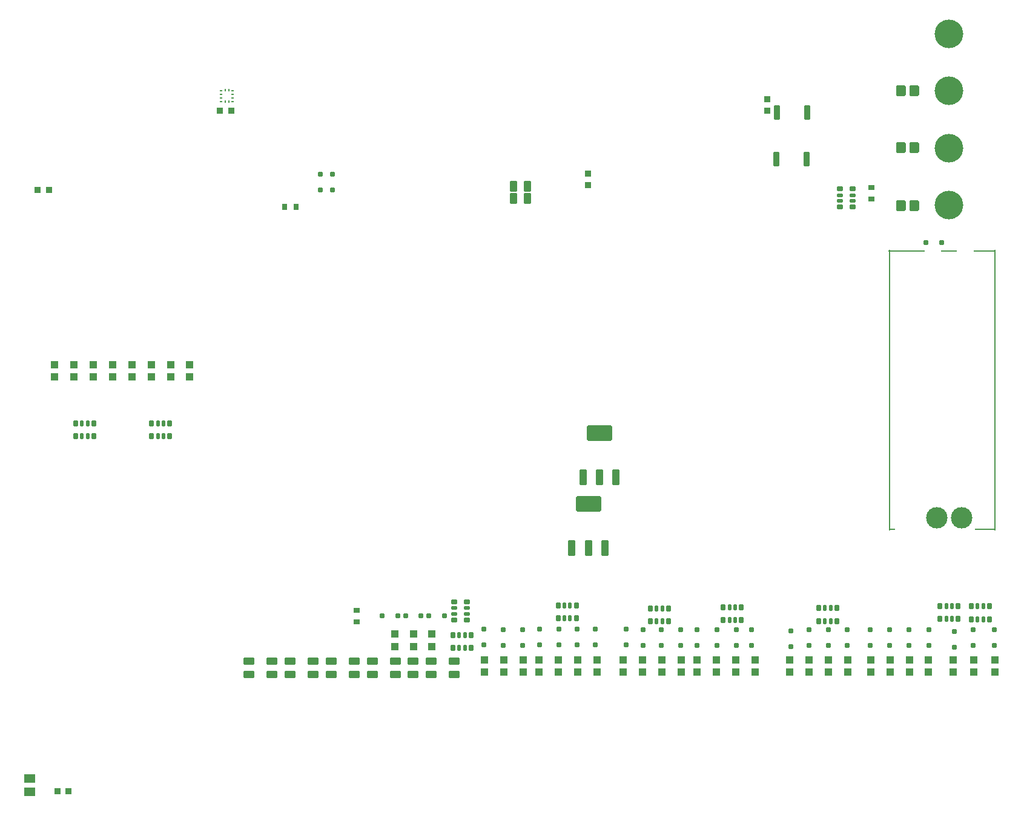
<source format=gtp>
G04*
G04 #@! TF.GenerationSoftware,Altium Limited,Altium Designer,20.2.7 (254)*
G04*
G04 Layer_Color=8421504*
%FSLAX25Y25*%
%MOIN*%
G70*
G04*
G04 #@! TF.SameCoordinates,43008C24-4E70-4A28-B0CC-F0CF34B7A19E*
G04*
G04*
G04 #@! TF.FilePolarity,Positive*
G04*
G01*
G75*
G04:AMPARAMS|DCode=24|XSize=43.31mil|YSize=84.65mil|CornerRadius=4.33mil|HoleSize=0mil|Usage=FLASHONLY|Rotation=0.000|XOffset=0mil|YOffset=0mil|HoleType=Round|Shape=RoundedRectangle|*
%AMROUNDEDRECTD24*
21,1,0.04331,0.07598,0,0,0.0*
21,1,0.03465,0.08465,0,0,0.0*
1,1,0.00866,0.01732,-0.03799*
1,1,0.00866,-0.01732,-0.03799*
1,1,0.00866,-0.01732,0.03799*
1,1,0.00866,0.01732,0.03799*
%
%ADD24ROUNDEDRECTD24*%
G04:AMPARAMS|DCode=25|XSize=43.31mil|YSize=84.65mil|CornerRadius=4.33mil|HoleSize=0mil|Usage=FLASHONLY|Rotation=0.000|XOffset=0mil|YOffset=0mil|HoleType=Round|Shape=RoundedRectangle|*
%AMROUNDEDRECTD25*
21,1,0.04331,0.07599,0,0,0.0*
21,1,0.03465,0.08465,0,0,0.0*
1,1,0.00866,0.01732,-0.03799*
1,1,0.00866,-0.01732,-0.03799*
1,1,0.00866,-0.01732,0.03799*
1,1,0.00866,0.01732,0.03799*
%
%ADD25ROUNDEDRECTD25*%
G04:AMPARAMS|DCode=26|XSize=137.8mil|YSize=84.65mil|CornerRadius=8.47mil|HoleSize=0mil|Usage=FLASHONLY|Rotation=0.000|XOffset=0mil|YOffset=0mil|HoleType=Round|Shape=RoundedRectangle|*
%AMROUNDEDRECTD26*
21,1,0.13780,0.06772,0,0,0.0*
21,1,0.12087,0.08465,0,0,0.0*
1,1,0.01693,0.06043,-0.03386*
1,1,0.01693,-0.06043,-0.03386*
1,1,0.01693,-0.06043,0.03386*
1,1,0.01693,0.06043,0.03386*
%
%ADD26ROUNDEDRECTD26*%
G04:AMPARAMS|DCode=27|XSize=25.59mil|YSize=31.5mil|CornerRadius=2.56mil|HoleSize=0mil|Usage=FLASHONLY|Rotation=0.000|XOffset=0mil|YOffset=0mil|HoleType=Round|Shape=RoundedRectangle|*
%AMROUNDEDRECTD27*
21,1,0.02559,0.02638,0,0,0.0*
21,1,0.02047,0.03150,0,0,0.0*
1,1,0.00512,0.01024,-0.01319*
1,1,0.00512,-0.01024,-0.01319*
1,1,0.00512,-0.01024,0.01319*
1,1,0.00512,0.01024,0.01319*
%
%ADD27ROUNDEDRECTD27*%
G04:AMPARAMS|DCode=28|XSize=17.72mil|YSize=31.5mil|CornerRadius=1.77mil|HoleSize=0mil|Usage=FLASHONLY|Rotation=0.000|XOffset=0mil|YOffset=0mil|HoleType=Round|Shape=RoundedRectangle|*
%AMROUNDEDRECTD28*
21,1,0.01772,0.02795,0,0,0.0*
21,1,0.01417,0.03150,0,0,0.0*
1,1,0.00354,0.00709,-0.01398*
1,1,0.00354,-0.00709,-0.01398*
1,1,0.00354,-0.00709,0.01398*
1,1,0.00354,0.00709,0.01398*
%
%ADD28ROUNDEDRECTD28*%
G04:AMPARAMS|DCode=29|XSize=23.62mil|YSize=23.62mil|CornerRadius=2.36mil|HoleSize=0mil|Usage=FLASHONLY|Rotation=270.000|XOffset=0mil|YOffset=0mil|HoleType=Round|Shape=RoundedRectangle|*
%AMROUNDEDRECTD29*
21,1,0.02362,0.01890,0,0,270.0*
21,1,0.01890,0.02362,0,0,270.0*
1,1,0.00472,-0.00945,-0.00945*
1,1,0.00472,-0.00945,0.00945*
1,1,0.00472,0.00945,0.00945*
1,1,0.00472,0.00945,-0.00945*
%
%ADD29ROUNDEDRECTD29*%
G04:AMPARAMS|DCode=30|XSize=39.37mil|YSize=57.09mil|CornerRadius=3.94mil|HoleSize=0mil|Usage=FLASHONLY|Rotation=0.000|XOffset=0mil|YOffset=0mil|HoleType=Round|Shape=RoundedRectangle|*
%AMROUNDEDRECTD30*
21,1,0.03937,0.04921,0,0,0.0*
21,1,0.03150,0.05709,0,0,0.0*
1,1,0.00787,0.01575,-0.02461*
1,1,0.00787,-0.01575,-0.02461*
1,1,0.00787,-0.01575,0.02461*
1,1,0.00787,0.01575,0.02461*
%
%ADD30ROUNDEDRECTD30*%
G04:AMPARAMS|DCode=31|XSize=39.37mil|YSize=43.31mil|CornerRadius=3.94mil|HoleSize=0mil|Usage=FLASHONLY|Rotation=270.000|XOffset=0mil|YOffset=0mil|HoleType=Round|Shape=RoundedRectangle|*
%AMROUNDEDRECTD31*
21,1,0.03937,0.03543,0,0,270.0*
21,1,0.03150,0.04331,0,0,270.0*
1,1,0.00787,-0.01772,-0.01575*
1,1,0.00787,-0.01772,0.01575*
1,1,0.00787,0.01772,0.01575*
1,1,0.00787,0.01772,-0.01575*
%
%ADD31ROUNDEDRECTD31*%
G04:AMPARAMS|DCode=32|XSize=23.62mil|YSize=23.62mil|CornerRadius=2.36mil|HoleSize=0mil|Usage=FLASHONLY|Rotation=180.000|XOffset=0mil|YOffset=0mil|HoleType=Round|Shape=RoundedRectangle|*
%AMROUNDEDRECTD32*
21,1,0.02362,0.01890,0,0,180.0*
21,1,0.01890,0.02362,0,0,180.0*
1,1,0.00472,-0.00945,0.00945*
1,1,0.00472,0.00945,0.00945*
1,1,0.00472,0.00945,-0.00945*
1,1,0.00472,-0.00945,-0.00945*
%
%ADD32ROUNDEDRECTD32*%
G04:AMPARAMS|DCode=33|XSize=27.56mil|YSize=36.22mil|CornerRadius=2.76mil|HoleSize=0mil|Usage=FLASHONLY|Rotation=180.000|XOffset=0mil|YOffset=0mil|HoleType=Round|Shape=RoundedRectangle|*
%AMROUNDEDRECTD33*
21,1,0.02756,0.03071,0,0,180.0*
21,1,0.02205,0.03622,0,0,180.0*
1,1,0.00551,-0.01102,0.01535*
1,1,0.00551,0.01102,0.01535*
1,1,0.00551,0.01102,-0.01535*
1,1,0.00551,-0.01102,-0.01535*
%
%ADD33ROUNDEDRECTD33*%
%ADD34R,0.03740X0.00984*%
%ADD35R,0.00984X1.54528*%
%ADD36R,0.08858X0.00984*%
%ADD37R,0.12205X0.00984*%
%ADD38R,0.19882X0.00984*%
%ADD39R,0.11614X0.00984*%
%ADD40C,0.11811*%
%ADD41R,0.05906X0.05118*%
G04:AMPARAMS|DCode=42|XSize=33.47mil|YSize=33.47mil|CornerRadius=3.35mil|HoleSize=0mil|Usage=FLASHONLY|Rotation=0.000|XOffset=0mil|YOffset=0mil|HoleType=Round|Shape=RoundedRectangle|*
%AMROUNDEDRECTD42*
21,1,0.03347,0.02677,0,0,0.0*
21,1,0.02677,0.03347,0,0,0.0*
1,1,0.00669,0.01339,-0.01339*
1,1,0.00669,-0.01339,-0.01339*
1,1,0.00669,-0.01339,0.01339*
1,1,0.00669,0.01339,0.01339*
%
%ADD42ROUNDEDRECTD42*%
G04:AMPARAMS|DCode=43|XSize=27.56mil|YSize=36.22mil|CornerRadius=2.76mil|HoleSize=0mil|Usage=FLASHONLY|Rotation=270.000|XOffset=0mil|YOffset=0mil|HoleType=Round|Shape=RoundedRectangle|*
%AMROUNDEDRECTD43*
21,1,0.02756,0.03071,0,0,270.0*
21,1,0.02205,0.03622,0,0,270.0*
1,1,0.00551,-0.01535,-0.01102*
1,1,0.00551,-0.01535,0.01102*
1,1,0.00551,0.01535,0.01102*
1,1,0.00551,0.01535,-0.01102*
%
%ADD43ROUNDEDRECTD43*%
%ADD44R,0.01378X0.00984*%
%ADD45R,0.00984X0.01378*%
G04:AMPARAMS|DCode=46|XSize=31.5mil|YSize=78.74mil|CornerRadius=3.15mil|HoleSize=0mil|Usage=FLASHONLY|Rotation=0.000|XOffset=0mil|YOffset=0mil|HoleType=Round|Shape=RoundedRectangle|*
%AMROUNDEDRECTD46*
21,1,0.03150,0.07244,0,0,0.0*
21,1,0.02520,0.07874,0,0,0.0*
1,1,0.00630,0.01260,-0.03622*
1,1,0.00630,-0.01260,-0.03622*
1,1,0.00630,-0.01260,0.03622*
1,1,0.00630,0.01260,0.03622*
%
%ADD46ROUNDEDRECTD46*%
G04:AMPARAMS|DCode=47|XSize=51.18mil|YSize=59.06mil|CornerRadius=5.12mil|HoleSize=0mil|Usage=FLASHONLY|Rotation=0.000|XOffset=0mil|YOffset=0mil|HoleType=Round|Shape=RoundedRectangle|*
%AMROUNDEDRECTD47*
21,1,0.05118,0.04882,0,0,0.0*
21,1,0.04095,0.05906,0,0,0.0*
1,1,0.01024,0.02047,-0.02441*
1,1,0.01024,-0.02047,-0.02441*
1,1,0.01024,-0.02047,0.02441*
1,1,0.01024,0.02047,0.02441*
%
%ADD47ROUNDEDRECTD47*%
%ADD48C,0.15748*%
G04:AMPARAMS|DCode=49|XSize=39.37mil|YSize=57.09mil|CornerRadius=3.94mil|HoleSize=0mil|Usage=FLASHONLY|Rotation=90.000|XOffset=0mil|YOffset=0mil|HoleType=Round|Shape=RoundedRectangle|*
%AMROUNDEDRECTD49*
21,1,0.03937,0.04921,0,0,90.0*
21,1,0.03150,0.05709,0,0,90.0*
1,1,0.00787,0.02461,0.01575*
1,1,0.00787,0.02461,-0.01575*
1,1,0.00787,-0.02461,-0.01575*
1,1,0.00787,-0.02461,0.01575*
%
%ADD49ROUNDEDRECTD49*%
G04:AMPARAMS|DCode=50|XSize=25.59mil|YSize=31.5mil|CornerRadius=2.56mil|HoleSize=0mil|Usage=FLASHONLY|Rotation=270.000|XOffset=0mil|YOffset=0mil|HoleType=Round|Shape=RoundedRectangle|*
%AMROUNDEDRECTD50*
21,1,0.02559,0.02638,0,0,270.0*
21,1,0.02047,0.03150,0,0,270.0*
1,1,0.00512,-0.01319,-0.01024*
1,1,0.00512,-0.01319,0.01024*
1,1,0.00512,0.01319,0.01024*
1,1,0.00512,0.01319,-0.01024*
%
%ADD50ROUNDEDRECTD50*%
G04:AMPARAMS|DCode=51|XSize=17.72mil|YSize=31.5mil|CornerRadius=1.77mil|HoleSize=0mil|Usage=FLASHONLY|Rotation=270.000|XOffset=0mil|YOffset=0mil|HoleType=Round|Shape=RoundedRectangle|*
%AMROUNDEDRECTD51*
21,1,0.01772,0.02795,0,0,270.0*
21,1,0.01417,0.03150,0,0,270.0*
1,1,0.00354,-0.01398,-0.00709*
1,1,0.00354,-0.01398,0.00709*
1,1,0.00354,0.01398,0.00709*
1,1,0.00354,0.01398,-0.00709*
%
%ADD51ROUNDEDRECTD51*%
G04:AMPARAMS|DCode=52|XSize=33.47mil|YSize=33.47mil|CornerRadius=3.35mil|HoleSize=0mil|Usage=FLASHONLY|Rotation=90.000|XOffset=0mil|YOffset=0mil|HoleType=Round|Shape=RoundedRectangle|*
%AMROUNDEDRECTD52*
21,1,0.03347,0.02677,0,0,90.0*
21,1,0.02677,0.03347,0,0,90.0*
1,1,0.00669,0.01339,0.01339*
1,1,0.00669,0.01339,-0.01339*
1,1,0.00669,-0.01339,-0.01339*
1,1,0.00669,-0.01339,0.01339*
%
%ADD52ROUNDEDRECTD52*%
D24*
X362008Y256594D02*
D03*
X380118D02*
D03*
X355807Y217618D02*
D03*
X373917D02*
D03*
D25*
X371063Y256594D02*
D03*
X364862Y217618D02*
D03*
D26*
X371063Y281004D02*
D03*
X364862Y242028D02*
D03*
D27*
X491634Y177362D02*
D03*
Y184449D02*
D03*
X501673D02*
D03*
Y177362D02*
D03*
X92714Y286164D02*
D03*
Y279078D02*
D03*
X82675D02*
D03*
Y286164D02*
D03*
X124407D02*
D03*
Y279078D02*
D03*
X134447D02*
D03*
Y286164D02*
D03*
X408957Y177264D02*
D03*
Y184350D02*
D03*
X398917D02*
D03*
Y177264D02*
D03*
X449114Y177953D02*
D03*
Y185039D02*
D03*
X439075D02*
D03*
Y177953D02*
D03*
X358268Y178740D02*
D03*
Y185827D02*
D03*
X348228D02*
D03*
Y178740D02*
D03*
X568504Y178543D02*
D03*
Y185630D02*
D03*
X558465D02*
D03*
Y178543D02*
D03*
X575591Y178347D02*
D03*
Y185433D02*
D03*
X585630D02*
D03*
Y178347D02*
D03*
X300394Y169488D02*
D03*
Y162402D02*
D03*
X290354D02*
D03*
Y169488D02*
D03*
D28*
X495079Y177362D02*
D03*
X498228D02*
D03*
Y184449D02*
D03*
X495079D02*
D03*
X89269Y286164D02*
D03*
X86120D02*
D03*
Y279078D02*
D03*
X89269D02*
D03*
X131002D02*
D03*
X127852D02*
D03*
Y286164D02*
D03*
X131002D02*
D03*
X402362Y184350D02*
D03*
X405512D02*
D03*
Y177264D02*
D03*
X402362D02*
D03*
X442520Y185039D02*
D03*
X445669D02*
D03*
Y177953D02*
D03*
X442520D02*
D03*
X351673Y185827D02*
D03*
X354823D02*
D03*
Y178740D02*
D03*
X351673D02*
D03*
X561909Y185630D02*
D03*
X565059D02*
D03*
Y178543D02*
D03*
X561909D02*
D03*
X579035Y178347D02*
D03*
X582185D02*
D03*
Y185433D02*
D03*
X579035D02*
D03*
X296949Y169488D02*
D03*
X293799D02*
D03*
Y162402D02*
D03*
X296949D02*
D03*
D29*
X550787Y385827D02*
D03*
X559449D02*
D03*
X285827Y180216D02*
D03*
X277165D02*
D03*
X259842D02*
D03*
X251181D02*
D03*
X272835D02*
D03*
X264173D02*
D03*
D30*
X331201Y416929D02*
D03*
X323721D02*
D03*
X331201Y410138D02*
D03*
X323721D02*
D03*
D31*
X588583Y155905D02*
D03*
Y149213D02*
D03*
X278543Y163386D02*
D03*
Y170079D02*
D03*
X71061Y311854D02*
D03*
Y318546D02*
D03*
X81691Y311854D02*
D03*
Y318546D02*
D03*
X92321Y311854D02*
D03*
Y318546D02*
D03*
X102950Y311854D02*
D03*
Y318546D02*
D03*
X113580Y311854D02*
D03*
Y318546D02*
D03*
X124210Y311854D02*
D03*
Y318546D02*
D03*
X134840Y311854D02*
D03*
Y318546D02*
D03*
X145470Y311854D02*
D03*
Y318546D02*
D03*
X415945Y149213D02*
D03*
Y155905D02*
D03*
X405315Y149213D02*
D03*
Y155905D02*
D03*
X394685Y149213D02*
D03*
Y155905D02*
D03*
X384055Y149213D02*
D03*
Y155905D02*
D03*
X348327Y149213D02*
D03*
Y155905D02*
D03*
X424803Y149213D02*
D03*
Y155905D02*
D03*
X358957Y149213D02*
D03*
Y155905D02*
D03*
X435433Y149213D02*
D03*
Y155905D02*
D03*
X456693Y149213D02*
D03*
Y155905D02*
D03*
X446063Y149213D02*
D03*
Y155905D02*
D03*
X337697Y149213D02*
D03*
Y155905D02*
D03*
X369587Y149213D02*
D03*
Y155905D02*
D03*
X552165Y155905D02*
D03*
Y149213D02*
D03*
X541536Y155905D02*
D03*
Y149213D02*
D03*
X530906Y155905D02*
D03*
Y149213D02*
D03*
X520276Y155905D02*
D03*
Y149213D02*
D03*
X475787Y155905D02*
D03*
Y149213D02*
D03*
X486417Y155905D02*
D03*
Y149213D02*
D03*
X497047Y155905D02*
D03*
Y149213D02*
D03*
X507677Y155905D02*
D03*
Y149213D02*
D03*
X565551Y155905D02*
D03*
Y149213D02*
D03*
X307677Y155905D02*
D03*
Y149213D02*
D03*
X576958Y155905D02*
D03*
Y149213D02*
D03*
X318307Y155905D02*
D03*
Y149213D02*
D03*
X328937Y155905D02*
D03*
Y149213D02*
D03*
X258465Y163386D02*
D03*
Y170079D02*
D03*
X268701Y163386D02*
D03*
Y170079D02*
D03*
D32*
X217421Y414862D02*
D03*
Y423524D02*
D03*
X224016Y414862D02*
D03*
Y423524D02*
D03*
X454528Y172441D02*
D03*
Y163779D02*
D03*
X348524Y172835D02*
D03*
Y164173D02*
D03*
X435630Y172441D02*
D03*
Y163779D02*
D03*
X405118Y172441D02*
D03*
Y163779D02*
D03*
X415748Y172441D02*
D03*
Y163779D02*
D03*
X394882Y172441D02*
D03*
Y163779D02*
D03*
X424606Y172441D02*
D03*
Y163779D02*
D03*
X368701Y172933D02*
D03*
Y164272D02*
D03*
X358760Y172835D02*
D03*
Y164173D02*
D03*
X337894Y172835D02*
D03*
Y164173D02*
D03*
X385827Y172933D02*
D03*
Y164272D02*
D03*
X446260Y172441D02*
D03*
Y163779D02*
D03*
X552362Y163779D02*
D03*
Y172441D02*
D03*
X541339Y163779D02*
D03*
Y172441D02*
D03*
X530709Y163779D02*
D03*
Y172441D02*
D03*
X520079Y163779D02*
D03*
Y172441D02*
D03*
X476378Y163386D02*
D03*
Y172047D02*
D03*
X486221Y163779D02*
D03*
Y172441D02*
D03*
X496850Y163779D02*
D03*
Y172441D02*
D03*
X507480Y163779D02*
D03*
Y172441D02*
D03*
X566437Y162992D02*
D03*
Y171653D02*
D03*
X307480Y164173D02*
D03*
Y172835D02*
D03*
X576772Y163779D02*
D03*
Y172441D02*
D03*
X318110Y163779D02*
D03*
Y172441D02*
D03*
X588386Y163779D02*
D03*
Y172441D02*
D03*
X328740Y163976D02*
D03*
Y172638D02*
D03*
D33*
X204134Y405709D02*
D03*
X197835D02*
D03*
D34*
X531988Y227756D02*
D03*
D35*
X530610Y304528D02*
D03*
X588681D02*
D03*
D36*
X563484Y381299D02*
D03*
D37*
X583071D02*
D03*
D38*
X540059D02*
D03*
D39*
X583366Y227756D02*
D03*
D40*
X570472Y234154D02*
D03*
X556693D02*
D03*
D41*
X57382Y90650D02*
D03*
Y83169D02*
D03*
D42*
X78799Y83563D02*
D03*
X72579D02*
D03*
X168268Y458465D02*
D03*
X162047D02*
D03*
X61654Y414764D02*
D03*
X67874D02*
D03*
D43*
X520571Y416240D02*
D03*
Y409941D02*
D03*
X237402Y176772D02*
D03*
Y183071D02*
D03*
D44*
X162795Y467618D02*
D03*
Y465650D02*
D03*
Y469587D02*
D03*
Y463681D02*
D03*
X169095Y469587D02*
D03*
Y467618D02*
D03*
Y465650D02*
D03*
Y463681D02*
D03*
D45*
X164961Y469783D02*
D03*
X166929D02*
D03*
Y463484D02*
D03*
X164961D02*
D03*
D46*
X485236Y457579D02*
D03*
X468701D02*
D03*
X485039Y431988D02*
D03*
X468504D02*
D03*
D47*
X544488Y469488D02*
D03*
X537008D02*
D03*
Y406398D02*
D03*
X544488D02*
D03*
Y438268D02*
D03*
X537008D02*
D03*
D48*
X563189Y500984D02*
D03*
Y406496D02*
D03*
Y437992D02*
D03*
Y469488D02*
D03*
D49*
X258661Y155315D02*
D03*
Y147835D02*
D03*
X190748Y155315D02*
D03*
Y147835D02*
D03*
X200591Y155315D02*
D03*
Y147835D02*
D03*
X291142D02*
D03*
Y155315D02*
D03*
X245866Y147835D02*
D03*
Y155315D02*
D03*
X236024Y147835D02*
D03*
Y155315D02*
D03*
X223228Y147835D02*
D03*
Y155315D02*
D03*
X213386Y147835D02*
D03*
Y155315D02*
D03*
X177953Y147835D02*
D03*
Y155315D02*
D03*
X278346D02*
D03*
Y147835D02*
D03*
X268504Y155315D02*
D03*
Y147835D02*
D03*
D50*
X290945Y187894D02*
D03*
X298031D02*
D03*
Y177854D02*
D03*
X290945D02*
D03*
X510433Y415453D02*
D03*
X503346D02*
D03*
Y405413D02*
D03*
X510433D02*
D03*
D51*
X290945Y184449D02*
D03*
Y181299D02*
D03*
X298031D02*
D03*
Y184449D02*
D03*
X503346Y408858D02*
D03*
Y412008D02*
D03*
X510433D02*
D03*
Y408858D02*
D03*
D52*
X463484Y458701D02*
D03*
Y464921D02*
D03*
X364728Y417717D02*
D03*
Y423937D02*
D03*
M02*

</source>
